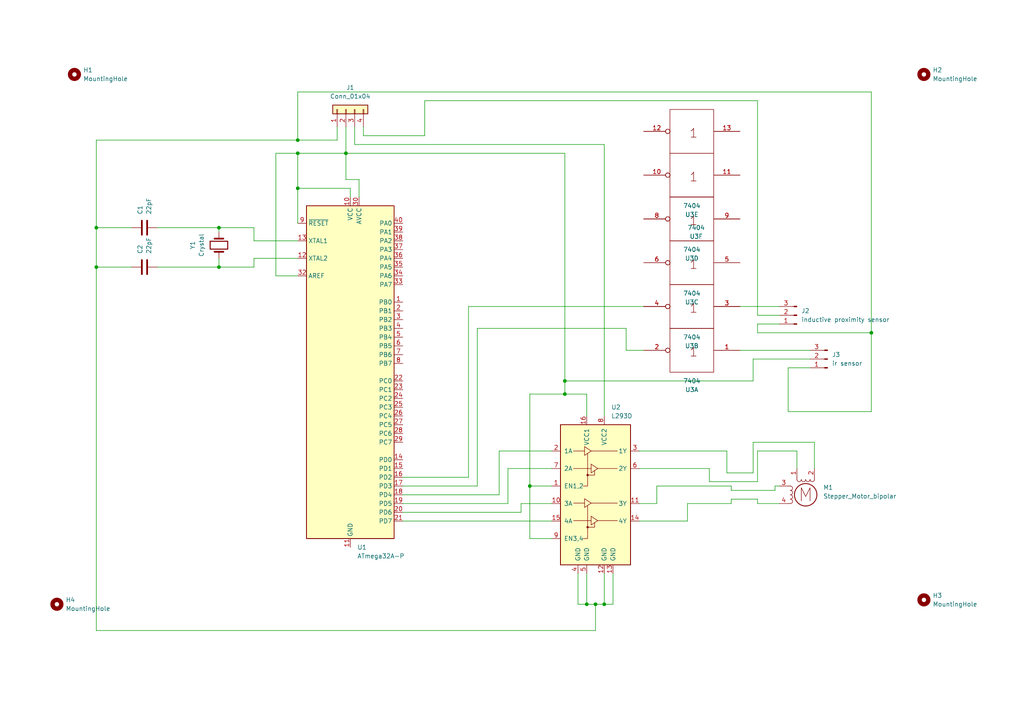
<source format=kicad_sch>
(kicad_sch (version 20211123) (generator eeschema)
  (paper "A4")
  (lib_symbols
    (symbol "74xx_IEEE:7404" (pin_names (offset 0.762))
      (property "Reference" "U" (at 5.08 7.62 0))
      (property "Value" "7404" (at 3.81 -8.89 0))
      (symbol "7404_0_0"
        (text "1" (at -0.508 0.508 0) (effects (font (size 2.54 2.54))))
      )
      (symbol "7404_0_1"
        (rectangle (start -6.35 6.35) (end 6.35 -6.35))
        (pin power_in line (at 0 6.35 270) (length 0) hide (name "Vcc") (number "14"))
        (pin power_in line (at 0 -6.35 90) (length 0) hide (name "Gnd") (number "7"))
      )
      (symbol "7404_1_1"
        (pin input line (at -13.97 0 0) (length 7.62) (name "~") (number "1"))
        (pin input inverted (at 13.97 0 180) (length 7.62) (name "~") (number "2"))
      )
      (symbol "7404_2_1"
        (pin input line (at -13.97 0 0) (length 7.62) (name "~") (number "3"))
        (pin input inverted (at 13.97 0 180) (length 7.62) (name "~") (number "4"))
      )
      (symbol "7404_3_1"
        (pin input line (at -13.97 0 0) (length 7.62) (name "~") (number "5"))
        (pin input inverted (at 13.97 0 180) (length 7.62) (name "~") (number "6"))
      )
      (symbol "7404_4_1"
        (pin input inverted (at 13.97 0 180) (length 7.62) (name "~") (number "8"))
        (pin input line (at -13.97 0 0) (length 7.62) (name "~") (number "9"))
      )
      (symbol "7404_5_1"
        (pin input inverted (at 13.97 0 180) (length 7.62) (name "~") (number "10"))
        (pin input line (at -13.97 0 0) (length 7.62) (name "~") (number "11"))
      )
      (symbol "7404_6_1"
        (pin input inverted (at 13.97 0 180) (length 7.62) (name "~") (number "12"))
        (pin input line (at -13.97 0 0) (length 7.62) (name "~") (number "13"))
      )
    )
    (symbol "Connector:Conn_01x03_Male" (pin_names (offset 1.016) hide)
      (property "Reference" "J" (at 0 5.08 0))
      (property "Value" "Conn_01x03_Male" (at 0 -5.08 0))
      (symbol "Conn_01x03_Male_1_1"
        (polyline (pts (xy 1.27 -2.54) (xy 0.8636 -2.54)) (stroke (width 0.1524)))
        (polyline (pts (xy 1.27 0) (xy 0.8636 0)) (stroke (width 0.1524)))
        (polyline (pts (xy 1.27 2.54) (xy 0.8636 2.54)) (stroke (width 0.1524)))
        (rectangle (start 0.8636 -2.413) (end 0 -2.667) (stroke (width 0.1524)) (fill (type outline)))
        (rectangle (start 0.8636 0.127) (end 0 -0.127) (stroke (width 0.1524)) (fill (type outline)))
        (rectangle (start 0.8636 2.667) (end 0 2.413) (stroke (width 0.1524)) (fill (type outline)))
        (pin passive line (at 5.08 2.54 180) (length 3.81) (name "Pin_1") (number "1"))
        (pin passive line (at 5.08 0 180) (length 3.81) (name "Pin_2") (number "2"))
        (pin passive line (at 5.08 -2.54 180) (length 3.81) (name "Pin_3") (number "3"))
      )
    )
    (symbol "Connector_Generic:Conn_01x04" (pin_names (offset 1.016) hide)
      (property "Reference" "J" (at 0 5.08 0))
      (property "Value" "Conn_01x04" (at 0 -7.62 0))
      (symbol "Conn_01x04_1_1"
        (rectangle (start -1.27 -4.953) (end 0 -5.207) (stroke (width 0.1524)))
        (rectangle (start -1.27 -2.413) (end 0 -2.667) (stroke (width 0.1524)))
        (rectangle (start -1.27 0.127) (end 0 -0.127) (stroke (width 0.1524)))
        (rectangle (start -1.27 2.667) (end 0 2.413) (stroke (width 0.1524)))
        (rectangle (start -1.27 3.81) (end 1.27 -6.35) (stroke (width 0.254)) (fill (type background)))
        (pin passive line (at -5.08 2.54 0) (length 3.81) (name "Pin_1") (number "1"))
        (pin passive line (at -5.08 0 0) (length 3.81) (name "Pin_2") (number "2"))
        (pin passive line (at -5.08 -2.54 0) (length 3.81) (name "Pin_3") (number "3"))
        (pin passive line (at -5.08 -5.08 0) (length 3.81) (name "Pin_4") (number "4"))
      )
    )
    (symbol "Device:C" (pin_numbers hide) (pin_names (offset 0.254))
      (property "Reference" "C" (at 0.635 2.54 0))
      (property "Value" "C" (at 0.635 -2.54 0))
      (symbol "C_0_1"
        (polyline (pts (xy -2.032 -0.762) (xy 2.032 -0.762)) (stroke (width 0.508)))
        (polyline (pts (xy -2.032 0.762) (xy 2.032 0.762)) (stroke (width 0.508)))
      )
      (symbol "C_1_1"
        (pin passive line (at 0 3.81 270) (length 2.794) (name "~") (number "1"))
        (pin passive line (at 0 -3.81 90) (length 2.794) (name "~") (number "2"))
      )
    )
    (symbol "Device:Crystal" (pin_numbers hide) (pin_names (offset 1.016) hide)
      (property "Reference" "Y" (at 0 3.81 0))
      (property "Value" "Crystal" (at 0 -3.81 0))
      (symbol "Crystal_0_1"
        (rectangle (start -1.143 2.54) (end 1.143 -2.54) (stroke (width 0.3048)))
        (polyline (pts (xy -2.54 0) (xy -1.905 0)))
        (polyline (pts (xy -1.905 -1.27) (xy -1.905 1.27)) (stroke (width 0.508)))
        (polyline (pts (xy 1.905 -1.27) (xy 1.905 1.27)) (stroke (width 0.508)))
        (polyline (pts (xy 2.54 0) (xy 1.905 0)))
      )
      (symbol "Crystal_1_1"
        (pin passive line (at -3.81 0 0) (length 1.27) (name "1") (number "1"))
        (pin passive line (at 3.81 0 180) (length 1.27) (name "2") (number "2"))
      )
    )
    (symbol "Driver_Motor:L293D" (pin_names (offset 1.016))
      (property "Reference" "U" (at -5.08 26.035 0))
      (property "Value" "L293D" (at -5.08 24.13 0))
      (symbol "L293D_0_1"
        (rectangle (start -10.16 22.86) (end 10.16 -17.78) (stroke (width 0.254)) (fill (type background)))
        (circle (center -2.286 -6.858) (radius 0.254) (fill (type outline)))
        (circle (center -2.286 8.255) (radius 0.254) (fill (type outline)))
        (polyline (pts (xy -6.35 -4.953) (xy -1.27 -4.953)))
        (polyline (pts (xy -6.35 0.127) (xy -3.175 0.127)))
        (polyline (pts (xy -6.35 10.16) (xy -1.27 10.16)))
        (polyline (pts (xy -6.35 15.24) (xy -3.175 15.24)))
        (polyline (pts (xy -1.27 0.127) (xy 6.35 0.127)))
        (polyline (pts (xy -1.27 15.24) (xy 6.35 15.24)))
        (polyline (pts (xy 0.635 -4.953) (xy 6.35 -4.953)))
        (polyline (pts (xy 0.635 10.16) (xy 6.35 10.16)))
        (polyline (pts (xy -2.286 -6.858) (xy -0.254 -6.858) (xy -0.254 -5.588)))
        (polyline (pts (xy -2.286 -0.635) (xy -2.286 -10.16) (xy -3.556 -10.16)))
        (polyline (pts (xy -2.286 8.255) (xy -0.254 8.255) (xy -0.254 9.525)))
        (polyline (pts (xy -2.286 14.478) (xy -2.286 5.08) (xy -3.556 5.08)))
        (polyline (pts (xy -3.175 1.397) (xy -3.175 -1.143) (xy -1.27 0.127) (xy -3.175 1.397)))
        (polyline (pts (xy -3.175 16.51) (xy -3.175 13.97) (xy -1.27 15.24) (xy -3.175 16.51)))
        (polyline (pts (xy -1.27 -3.683) (xy -1.27 -6.223) (xy 0.635 -4.953) (xy -1.27 -3.683)))
        (polyline (pts (xy -1.27 11.43) (xy -1.27 8.89) (xy 0.635 10.16) (xy -1.27 11.43)))
      )
      (symbol "L293D_1_1"
        (pin input line (at -12.7 5.08 0) (length 2.54) (name "EN1,2") (number "1"))
        (pin input line (at -12.7 0 0) (length 2.54) (name "3A") (number "10"))
        (pin output line (at 12.7 0 180) (length 2.54) (name "3Y") (number "11"))
        (pin power_in line (at 2.54 -20.32 90) (length 2.54) (name "GND") (number "12"))
        (pin power_in line (at 5.08 -20.32 90) (length 2.54) (name "GND") (number "13"))
        (pin output line (at 12.7 -5.08 180) (length 2.54) (name "4Y") (number "14"))
        (pin input line (at -12.7 -5.08 0) (length 2.54) (name "4A") (number "15"))
        (pin power_in line (at -2.54 25.4 270) (length 2.54) (name "VCC1") (number "16"))
        (pin input line (at -12.7 15.24 0) (length 2.54) (name "1A") (number "2"))
        (pin output line (at 12.7 15.24 180) (length 2.54) (name "1Y") (number "3"))
        (pin power_in line (at -5.08 -20.32 90) (length 2.54) (name "GND") (number "4"))
        (pin power_in line (at -2.54 -20.32 90) (length 2.54) (name "GND") (number "5"))
        (pin output line (at 12.7 10.16 180) (length 2.54) (name "2Y") (number "6"))
        (pin input line (at -12.7 10.16 0) (length 2.54) (name "2A") (number "7"))
        (pin power_in line (at 2.54 25.4 270) (length 2.54) (name "VCC2") (number "8"))
        (pin input line (at -12.7 -10.16 0) (length 2.54) (name "EN3,4") (number "9"))
      )
    )
    (symbol "MCU_Microchip_ATmega:ATmega32A-P"
      (property "Reference" "U" (at -12.7 49.53 0))
      (property "Value" "ATmega32A-P" (at 2.54 -49.53 0))
      (symbol "ATmega32A-P_0_1"
        (rectangle (start -12.7 -48.26) (end 12.7 48.26) (stroke (width 0.254)) (fill (type background)))
      )
      (symbol "ATmega32A-P_1_1"
        (pin bidirectional line (at 15.24 20.32 180) (length 2.54) (name "PB0") (number "1"))
        (pin power_in line (at 0 50.8 270) (length 2.54) (name "VCC") (number "10"))
        (pin power_in line (at 0 -50.8 90) (length 2.54) (name "GND") (number "11"))
        (pin output line (at -15.24 33.02 0) (length 2.54) (name "XTAL2") (number "12"))
        (pin input line (at -15.24 38.1 0) (length 2.54) (name "XTAL1") (number "13"))
        (pin bidirectional line (at 15.24 -25.4 180) (length 2.54) (name "PD0") (number "14"))
        (pin bidirectional line (at 15.24 -27.94 180) (length 2.54) (name "PD1") (number "15"))
        (pin bidirectional line (at 15.24 -30.48 180) (length 2.54) (name "PD2") (number "16"))
        (pin bidirectional line (at 15.24 -33.02 180) (length 2.54) (name "PD3") (number "17"))
        (pin bidirectional line (at 15.24 -35.56 180) (length 2.54) (name "PD4") (number "18"))
        (pin bidirectional line (at 15.24 -38.1 180) (length 2.54) (name "PD5") (number "19"))
        (pin bidirectional line (at 15.24 17.78 180) (length 2.54) (name "PB1") (number "2"))
        (pin bidirectional line (at 15.24 -40.64 180) (length 2.54) (name "PD6") (number "20"))
        (pin bidirectional line (at 15.24 -43.18 180) (length 2.54) (name "PD7") (number "21"))
        (pin bidirectional line (at 15.24 -2.54 180) (length 2.54) (name "PC0") (number "22"))
        (pin bidirectional line (at 15.24 -5.08 180) (length 2.54) (name "PC1") (number "23"))
        (pin bidirectional line (at 15.24 -7.62 180) (length 2.54) (name "PC2") (number "24"))
        (pin bidirectional line (at 15.24 -10.16 180) (length 2.54) (name "PC3") (number "25"))
        (pin bidirectional line (at 15.24 -12.7 180) (length 2.54) (name "PC4") (number "26"))
        (pin bidirectional line (at 15.24 -15.24 180) (length 2.54) (name "PC5") (number "27"))
        (pin bidirectional line (at 15.24 -17.78 180) (length 2.54) (name "PC6") (number "28"))
        (pin bidirectional line (at 15.24 -20.32 180) (length 2.54) (name "PC7") (number "29"))
        (pin bidirectional line (at 15.24 15.24 180) (length 2.54) (name "PB2") (number "3"))
        (pin power_in line (at 2.54 50.8 270) (length 2.54) (name "AVCC") (number "30"))
        (pin passive line (at 0 -50.8 90) (length 2.54) hide (name "GND") (number "31"))
        (pin passive line (at -15.24 27.94 0) (length 2.54) (name "AREF") (number "32"))
        (pin bidirectional line (at 15.24 25.4 180) (length 2.54) (name "PA7") (number "33"))
        (pin bidirectional line (at 15.24 27.94 180) (length 2.54) (name "PA6") (number "34"))
        (pin bidirectional line (at 15.24 30.48 180) (length 2.54) (name "PA5") (number "35"))
        (pin bidirectional line (at 15.24 33.02 180) (length 2.54) (name "PA4") (number "36"))
        (pin bidirectional line (at 15.24 35.56 180) (length 2.54) (name "PA3") (number "37"))
        (pin bidirectional line (at 15.24 38.1 180) (length 2.54) (name "PA2") (number "38"))
        (pin bidirectional line (at 15.24 40.64 180) (length 2.54) (name "PA1") (number "39"))
        (pin bidirectional line (at 15.24 12.7 180) (length 2.54) (name "PB3") (number "4"))
        (pin bidirectional line (at 15.24 43.18 180) (length 2.54) (name "PA0") (number "40"))
        (pin bidirectional line (at 15.24 10.16 180) (length 2.54) (name "PB4") (number "5"))
        (pin bidirectional line (at 15.24 7.62 180) (length 2.54) (name "PB5") (number "6"))
        (pin bidirectional line (at 15.24 5.08 180) (length 2.54) (name "PB6") (number "7"))
        (pin bidirectional line (at 15.24 2.54 180) (length 2.54) (name "PB7") (number "8"))
        (pin input line (at -15.24 43.18 0) (length 2.54) (name "~{RESET}") (number "9"))
      )
    )
    (symbol "Mechanical:MountingHole" (pin_names (offset 1.016))
      (property "Reference" "H" (at 0 5.08 0))
      (property "Value" "MountingHole" (at 0 3.175 0))
      (symbol "MountingHole_0_1"
        (circle (center 0 0) (radius 1.27) (stroke (width 1.27)))
      )
    )
    (symbol "Motor:Stepper_Motor_bipolar" (pin_names (offset 0) hide)
      (property "Reference" "M" (at 3.81 2.54 0))
      (property "Value" "Stepper_Motor_bipolar" (at 3.81 1.27 0))
      (symbol "Stepper_Motor_bipolar_0_0"
        (polyline (pts (xy -1.27 -1.778) (xy -1.27 2.032) (xy 0 -0.508) (xy 1.27 2.032) (xy 1.27 -1.778)))
      )
      (symbol "Stepper_Motor_bipolar_0_1"
        (arc (start -4.445 -2.54) (mid -3.81 -1.905) (end -4.445 -1.27))
        (arc (start -4.445 -1.27) (mid -3.81 -0.635) (end -4.445 0))
        (arc (start -4.445 0) (mid -3.81 0.635) (end -4.445 1.27))
        (arc (start -4.445 1.27) (mid -3.81 1.905) (end -4.445 2.54))
        (arc (start -2.54 4.445) (mid -1.905 3.81) (end -1.27 4.445))
        (arc (start -1.27 4.445) (mid -0.635 3.81) (end 0 4.445))
        (polyline (pts (xy -5.08 -2.54) (xy -4.445 -2.54)))
        (polyline (pts (xy -5.08 2.54) (xy -4.445 2.54)))
        (polyline (pts (xy -2.54 5.08) (xy -2.54 4.445)))
        (polyline (pts (xy 2.54 5.08) (xy 2.54 4.445)))
        (circle (center 0 0) (radius 3.2512) (stroke (width 0.254)))
        (arc (start 0 4.445) (mid 0.635 3.81) (end 1.27 4.445))
        (arc (start 1.27 4.445) (mid 1.905 3.81) (end 2.54 4.445))
      )
      (symbol "Stepper_Motor_bipolar_1_1"
        (pin passive line (at -2.54 7.62 270) (length 2.54) (name "~") (number "1"))
        (pin passive line (at 2.54 7.62 270) (length 2.54) (name "-") (number "2"))
        (pin passive line (at -7.62 2.54 0) (length 2.54) (name "~") (number "3"))
        (pin passive line (at -7.62 -2.54 0) (length 2.54) (name "~") (number "4"))
      )
    )
  )
  (junction (at 27.94 77.47))
  (junction (at 175.26 175.26))
  (junction (at 163.83 110.49))
  (junction (at 153.67 140.97))
  (junction (at 172.72 175.26))
  (junction (at 252.73 96.52))
  (junction (at 86.36 54.61))
  (junction (at 170.18 175.26))
  (junction (at 63.5 66.04))
  (junction (at 163.83 114.3))
  (junction (at 86.36 40.64))
  (junction (at 100.33 44.45))
  (junction (at 27.94 66.04))
  (junction (at 63.5 77.47))
  (junction (at 86.36 44.45))
  (wire (pts (xy 27.94 66.04) (xy 27.94 40.64)))
  (wire (pts (xy 100.33 44.45) (xy 100.33 52.07)))
  (wire (pts (xy 205.74 135.89) (xy 205.74 139.7)))
  (wire (pts (xy 38.1 66.04) (xy 27.94 66.04)))
  (wire (pts (xy 252.73 26.67) (xy 86.36 26.67)))
  (wire (pts (xy 185.42 151.13) (xy 199.39 151.13)))
  (wire (pts (xy 73.66 66.04) (xy 63.5 66.04)))
  (wire (pts (xy 147.32 146.05) (xy 147.32 135.89)))
  (wire (pts (xy 228.6 119.38) (xy 252.73 119.38)))
  (wire (pts (xy 219.71 91.44) (xy 219.71 29.21)))
  (wire (pts (xy 210.82 130.81) (xy 210.82 137.16)))
  (wire (pts (xy 167.64 175.26) (xy 170.18 175.26)))
  (wire (pts (xy 170.18 114.3) (xy 170.18 120.65)))
  (wire (pts (xy 163.83 110.49) (xy 163.83 114.3)))
  (wire (pts (xy 80.01 44.45) (xy 80.01 80.01)))
  (wire (pts (xy 73.66 69.85) (xy 86.36 69.85)))
  (wire (pts (xy 151.13 146.05) (xy 160.02 146.05)))
  (wire (pts (xy 163.83 44.45) (xy 100.33 44.45)))
  (wire (pts (xy 185.42 135.89) (xy 205.74 135.89)))
  (wire (pts (xy 80.01 44.45) (xy 86.36 44.45)))
  (wire (pts (xy 86.36 44.45) (xy 100.33 44.45)))
  (wire (pts (xy 63.5 77.47) (xy 73.66 77.47)))
  (wire (pts (xy 214.63 101.6) (xy 234.95 101.6)))
  (wire (pts (xy 86.36 44.45) (xy 86.36 54.61)))
  (wire (pts (xy 116.84 143.51) (xy 144.78 143.51)))
  (wire (pts (xy 135.89 138.43) (xy 135.89 88.9)))
  (wire (pts (xy 219.71 96.52) (xy 252.73 96.52)))
  (wire (pts (xy 153.67 140.97) (xy 153.67 156.21)))
  (wire (pts (xy 181.61 95.25) (xy 181.61 101.6)))
  (wire (pts (xy 27.94 66.04) (xy 27.94 77.47)))
  (wire (pts (xy 226.06 91.44) (xy 219.71 91.44)))
  (wire (pts (xy 153.67 114.3) (xy 163.83 114.3)))
  (wire (pts (xy 212.09 142.24) (xy 224.79 142.24)))
  (wire (pts (xy 27.94 182.88) (xy 27.94 77.47)))
  (wire (pts (xy 175.26 166.37) (xy 175.26 175.26)))
  (wire (pts (xy 212.09 140.97) (xy 212.09 142.24)))
  (wire (pts (xy 234.95 106.68) (xy 228.6 106.68)))
  (wire (pts (xy 172.72 175.26) (xy 172.72 182.88)))
  (wire (pts (xy 185.42 146.05) (xy 190.5 146.05)))
  (wire (pts (xy 170.18 166.37) (xy 170.18 175.26)))
  (wire (pts (xy 135.89 88.9) (xy 186.69 88.9)))
  (wire (pts (xy 218.44 110.49) (xy 218.44 104.14)))
  (wire (pts (xy 97.79 36.83) (xy 97.79 40.64)))
  (wire (pts (xy 100.33 52.07) (xy 104.14 52.07)))
  (wire (pts (xy 214.63 88.9) (xy 226.06 88.9)))
  (wire (pts (xy 138.43 95.25) (xy 181.61 95.25)))
  (wire (pts (xy 144.78 130.81) (xy 160.02 130.81)))
  (wire (pts (xy 86.36 40.64) (xy 97.79 40.64)))
  (wire (pts (xy 212.09 146.05) (xy 212.09 144.78)))
  (wire (pts (xy 175.26 175.26) (xy 177.8 175.26)))
  (wire (pts (xy 163.83 114.3) (xy 170.18 114.3)))
  (wire (pts (xy 181.61 101.6) (xy 186.69 101.6)))
  (wire (pts (xy 123.19 29.21) (xy 123.19 39.37)))
  (wire (pts (xy 153.67 140.97) (xy 153.67 114.3)))
  (wire (pts (xy 219.71 144.78) (xy 219.71 146.05)))
  (wire (pts (xy 63.5 74.93) (xy 63.5 77.47)))
  (wire (pts (xy 228.6 106.68) (xy 228.6 119.38)))
  (wire (pts (xy 177.8 166.37) (xy 177.8 175.26)))
  (wire (pts (xy 226.06 93.98) (xy 219.71 93.98)))
  (wire (pts (xy 80.01 80.01) (xy 86.36 80.01)))
  (wire (pts (xy 167.64 166.37) (xy 167.64 175.26)))
  (wire (pts (xy 172.72 175.26) (xy 175.26 175.26)))
  (wire (pts (xy 219.71 139.7) (xy 219.71 130.81)))
  (wire (pts (xy 175.26 41.91) (xy 175.26 120.65)))
  (wire (pts (xy 86.36 54.61) (xy 86.36 64.77)))
  (wire (pts (xy 116.84 151.13) (xy 160.02 151.13)))
  (wire (pts (xy 73.66 77.47) (xy 73.66 74.93)))
  (wire (pts (xy 105.41 36.83) (xy 105.41 39.37)))
  (wire (pts (xy 101.6 57.15) (xy 101.6 54.61)))
  (wire (pts (xy 123.19 39.37) (xy 105.41 39.37)))
  (wire (pts (xy 205.74 139.7) (xy 219.71 139.7)))
  (wire (pts (xy 138.43 140.97) (xy 138.43 95.25)))
  (wire (pts (xy 219.71 93.98) (xy 219.71 96.52)))
  (wire (pts (xy 219.71 29.21) (xy 123.19 29.21)))
  (wire (pts (xy 252.73 119.38) (xy 252.73 96.52)))
  (wire (pts (xy 104.14 52.07) (xy 104.14 57.15)))
  (wire (pts (xy 102.87 41.91) (xy 175.26 41.91)))
  (wire (pts (xy 185.42 130.81) (xy 210.82 130.81)))
  (wire (pts (xy 86.36 54.61) (xy 101.6 54.61)))
  (wire (pts (xy 100.33 36.83) (xy 100.33 44.45)))
  (wire (pts (xy 231.14 130.81) (xy 231.14 135.89)))
  (wire (pts (xy 116.84 146.05) (xy 147.32 146.05)))
  (wire (pts (xy 147.32 135.89) (xy 160.02 135.89)))
  (wire (pts (xy 27.94 182.88) (xy 172.72 182.88)))
  (wire (pts (xy 224.79 142.24) (xy 224.79 140.97)))
  (wire (pts (xy 163.83 110.49) (xy 218.44 110.49)))
  (wire (pts (xy 163.83 44.45) (xy 163.83 110.49)))
  (wire (pts (xy 252.73 96.52) (xy 252.73 26.67)))
  (wire (pts (xy 190.5 146.05) (xy 190.5 140.97)))
  (wire (pts (xy 63.5 66.04) (xy 63.5 67.31)))
  (wire (pts (xy 27.94 40.64) (xy 86.36 40.64)))
  (wire (pts (xy 218.44 137.16) (xy 218.44 128.27)))
  (wire (pts (xy 144.78 143.51) (xy 144.78 130.81)))
  (wire (pts (xy 210.82 137.16) (xy 218.44 137.16)))
  (wire (pts (xy 151.13 148.59) (xy 151.13 146.05)))
  (wire (pts (xy 218.44 128.27) (xy 236.22 128.27)))
  (wire (pts (xy 219.71 146.05) (xy 226.06 146.05)))
  (wire (pts (xy 73.66 74.93) (xy 86.36 74.93)))
  (wire (pts (xy 219.71 130.81) (xy 231.14 130.81)))
  (wire (pts (xy 116.84 140.97) (xy 138.43 140.97)))
  (wire (pts (xy 86.36 26.67) (xy 86.36 40.64)))
  (wire (pts (xy 170.18 175.26) (xy 172.72 175.26)))
  (wire (pts (xy 153.67 156.21) (xy 160.02 156.21)))
  (wire (pts (xy 116.84 138.43) (xy 135.89 138.43)))
  (wire (pts (xy 212.09 144.78) (xy 219.71 144.78)))
  (wire (pts (xy 218.44 104.14) (xy 234.95 104.14)))
  (wire (pts (xy 45.72 66.04) (xy 63.5 66.04)))
  (wire (pts (xy 199.39 151.13) (xy 199.39 146.05)))
  (wire (pts (xy 102.87 36.83) (xy 102.87 41.91)))
  (wire (pts (xy 224.79 140.97) (xy 226.06 140.97)))
  (wire (pts (xy 45.72 77.47) (xy 63.5 77.47)))
  (wire (pts (xy 199.39 146.05) (xy 212.09 146.05)))
  (wire (pts (xy 27.94 77.47) (xy 38.1 77.47)))
  (wire (pts (xy 73.66 69.85) (xy 73.66 66.04)))
  (wire (pts (xy 160.02 140.97) (xy 153.67 140.97)))
  (wire (pts (xy 190.5 140.97) (xy 212.09 140.97)))
  (wire (pts (xy 116.84 148.59) (xy 151.13 148.59)))
  (wire (pts (xy 236.22 128.27) (xy 236.22 135.89)))
  (symbol (lib_id "Mechanical:MountingHole") (at 267.97 21.59 0) (unit 1)
    (property "Reference" "H2" (at 270.51 20.3199 0) (effects (justify left)))
    (property "Value" "MountingHole" (at 270.51 22.8599 0) (effects (justify left)))
    (property "Footprint" "MountingHole:MountingHole_3.5mm_Pad" (effects hide))
  )
  (symbol (lib_id "Device:Crystal") (at 63.5 71.12 90) (unit 1)
    (property "Reference" "Y1" (at 55.88 71.12 0))
    (property "Value" "Crystal" (at 58.42 71.12 0))
    (property "Footprint" "Crystal:Crystal_AT310_D3.0mm_L10.0mm_Vertical" (effects hide))
  )
  (symbol (lib_id "74xx_IEEE:7404") (at 200.66 101.6 180) (unit 1)
    (property "Reference" "U3" (at 200.66 113.03 0))
    (property "Value" "7404" (at 200.66 110.49 0))
    (property "Footprint" "Package_DIP:DIP-14_W7.62mm" (effects hide))
  )
  (symbol (lib_id "Driver_Motor:L293D") (at 172.72 146.05 0) (unit 1)
    (property "Reference" "U2" (at 177.2794 118.11 0) (effects (justify left)))
    (property "Value" "L293D" (at 177.2794 120.65 0) (effects (justify left)))
    (property "Footprint" "Package_DIP:DIP-16_W7.62mm" (effects hide))
    (property "Datasheet" "http://www.ti.com/lit/ds/symlink/l293.pdf" (effects hide))
  )
  (symbol (lib_id "74xx_IEEE:7404") (at 200.66 88.9 180) (unit 2)
    (property "Reference" "U3" (at 200.66 100.33 0))
    (property "Value" "7404" (at 200.66 97.79 0))
    (property "Footprint" "Package_DIP:DIP-14_W7.62mm" (effects hide))
  )
  (symbol (lib_id "Connector:Conn_01x03_Male") (at 240.03 104.14 180) (unit 1)
    (property "Reference" "J3" (at 241.3 102.8699 0) (effects (justify right)))
    (property "Value" "ir sensor" (at 241.3 105.4099 0) (effects (justify right)))
    (property "Footprint" "Connector_PinSocket_1.27mm:PinSocket_1x03_P1.27mm_Vertical" (effects hide))
  )
  (symbol (lib_id "Connector:Conn_01x03_Male") (at 231.14 91.44 180) (unit 1)
    (property "Reference" "J2" (at 232.41 90.1699 0) (effects (justify right)))
    (property "Value" "inductive proximity sensor" (at 232.41 92.7099 0) (effects (justify right)))
    (property "Footprint" "Connector_PinSocket_1.27mm:PinSocket_1x03_P1.27mm_Vertical" (effects hide))
  )
  (symbol (lib_id "74xx_IEEE:7404") (at 200.66 63.5 180) (unit 4)
    (property "Reference" "U3" (at 200.66 74.93 0))
    (property "Value" "7404" (at 200.66 72.39 0))
    (property "Footprint" "Package_DIP:DIP-14_W7.62mm" (effects hide))
  )
  (symbol (lib_id "Mechanical:MountingHole") (at 267.97 173.99 0) (unit 1)
    (property "Reference" "H3" (at 270.51 172.7199 0) (effects (justify left)))
    (property "Value" "MountingHole" (at 270.51 175.2599 0) (effects (justify left)))
    (property "Footprint" "MountingHole:MountingHole_3.5mm_Pad" (effects hide))
  )
  (symbol (lib_id "74xx_IEEE:7404") (at 200.66 38.1 180) (unit 6)
    (property "Reference" "U3" (at 201.93 68.58 0))
    (property "Value" "7404" (at 201.93 66.04 0))
    (property "Footprint" "Package_DIP:DIP-14_W7.62mm" (effects hide))
  )
  (symbol (lib_id "Mechanical:MountingHole") (at 21.59 21.59 0) (unit 1)
    (property "Reference" "H1" (at 24.13 20.3199 0) (effects (justify left)))
    (property "Value" "MountingHole" (at 24.13 22.8599 0) (effects (justify left)))
    (property "Footprint" "MountingHole:MountingHole_3.5mm_Pad" (effects hide))
  )
  (symbol (lib_id "Connector_Generic:Conn_01x04") (at 100.33 31.75 90) (unit 1)
    (property "Reference" "J1" (at 101.6 25.4 90))
    (property "Value" "Conn_01x04" (at 101.6 27.94 90))
    (property "Footprint" "Connector_PinHeader_2.54mm:PinHeader_1x04_P2.54mm_Horizontal" (effects hide))
  )
  (symbol (lib_id "MCU_Microchip_ATmega:ATmega32A-P") (at 101.6 107.95 0) (unit 1)
    (property "Reference" "U1" (at 103.6194 158.75 0) (effects (justify left)))
    (property "Value" "ATmega32A-P" (at 103.6194 161.29 0) (effects (justify left)))
    (property "Footprint" "Package_DIP:DIP-40_W15.24mm" (effects hide))
    (property "Datasheet" "http://ww1.microchip.com/downloads/en/DeviceDoc/atmel-8155-8-bit-microcontroller-avr-atmega32a_datasheet.pdf" (effects hide))
  )
  (symbol (lib_id "74xx_IEEE:7404") (at 200.66 50.8 180) (unit 5)
    (property "Reference" "U3" (at 200.66 62.23 0))
    (property "Value" "7404" (at 200.66 59.69 0))
    (property "Footprint" "Package_DIP:DIP-14_W7.62mm" (effects hide))
  )
  (symbol (lib_id "Device:C") (at 41.91 66.04 90) (unit 1)
    (property "Reference" "C1" (at 40.6399 62.23 0) (effects (justify left)))
    (property "Value" "22pF" (at 43.1799 62.23 0) (effects (justify left)))
    (property "Footprint" "Capacitor_THT:CP_Radial_D4.0mm_P1.50mm" (effects hide))
  )
  (symbol (lib_id "Motor:Stepper_Motor_bipolar") (at 233.68 143.51 0) (unit 1)
    (property "Reference" "M1" (at 238.76 141.389 0) (effects (justify left)))
    (property "Value" "Stepper_Motor_bipolar" (at 238.76 143.929 0) (effects (justify left)))
    (property "Footprint" "Connector_PinSocket_1.27mm:PinSocket_1x04_P1.27mm_Vertical" (effects hide))
    (property "Datasheet" "http://www.infineon.com/dgdl/Application-Note-TLE8110EE_driving_UniPolarStepperMotor_V1.1.pdf?fileId=db3a30431be39b97011be5d0aa0a00b0" (effects hide))
  )
  (symbol (lib_id "Mechanical:MountingHole") (at 16.51 175.26 0) (unit 1)
    (property "Reference" "H4" (at 19.05 173.9899 0) (effects (justify left)))
    (property "Value" "MountingHole" (at 19.05 176.5299 0) (effects (justify left)))
    (property "Footprint" "MountingHole:MountingHole_3.5mm_Pad" (effects hide))
  )
  (symbol (lib_id "Device:C") (at 41.91 77.47 90) (unit 1)
    (property "Reference" "C2" (at 40.6399 73.66 0) (effects (justify left)))
    (property "Value" "22pF" (at 43.1799 73.66 0) (effects (justify left)))
    (property "Footprint" "Capacitor_THT:CP_Radial_D4.0mm_P1.50mm" (effects hide))
  )
  (symbol (lib_id "74xx_IEEE:7404") (at 200.66 76.2 180) (unit 3)
    (property "Reference" "U3" (at 200.66 87.63 0))
    (property "Value" "7404" (at 200.66 85.09 0))
    (property "Footprint" "Package_DIP:DIP-14_W7.62mm" (effects hide))
  )
)
</source>
